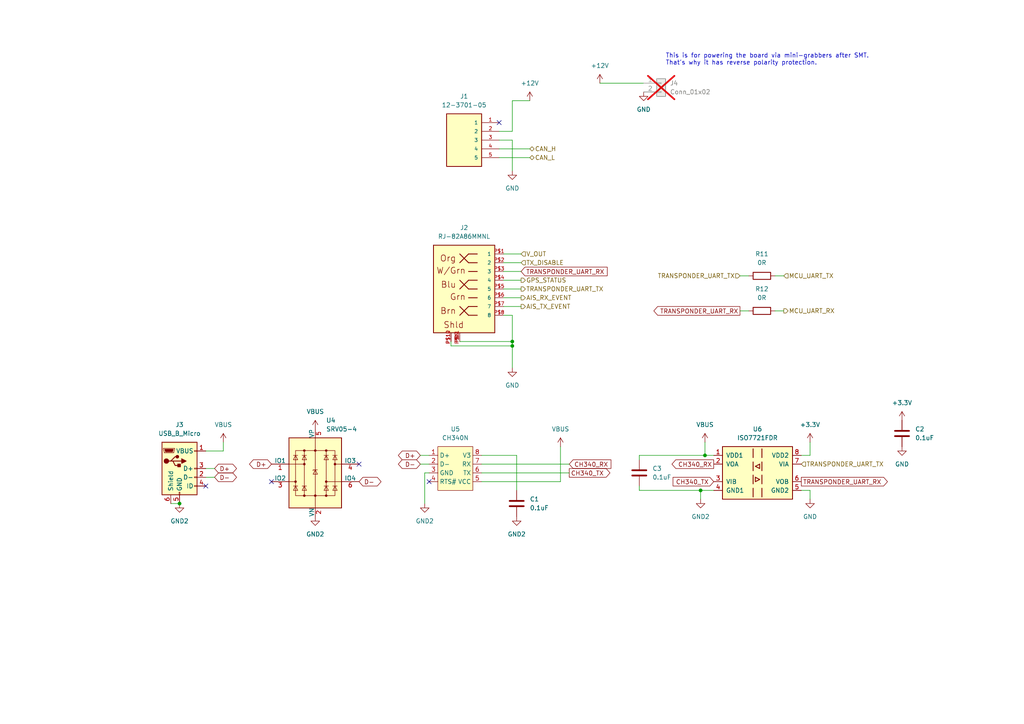
<source format=kicad_sch>
(kicad_sch (version 20230121) (generator eeschema)
  (paper "A4")
  (title_block (title "MAIANA NMEA2000 Adapter") (date "2023-09-23") (rev "8") (company "Maverick Labs LLC"))
  (lib_symbols
    (symbol "12-3701-05:12-3701-05" (pin_names (offset 1.016))
      (property "Reference" "J" (at 7.62 -5.08 0))
      (property "Value" "12-3701-05" (at 7.62 -7.62 0))
      (symbol "12-3701-05_0_0"
        (rectangle (start -5.08 -7.62) (end 5.08 7.62) (stroke (width 0.254)) (fill (type background)))
        (pin bidirectional line (at -10.16 5.08 0) (length 5.08) (name "1") (number "1"))
        (pin bidirectional line (at -10.16 2.54 0) (length 5.08) (name "2") (number "2"))
        (pin bidirectional line (at -10.16 0 0) (length 5.08) (name "3") (number "3"))
        (pin bidirectional line (at -10.16 -2.54 0) (length 5.08) (name "4") (number "4"))
        (pin bidirectional line (at -10.16 -5.08 0) (length 5.08) (name "5") (number "5"))
      )
    )
    (symbol "CH340N:CH340N"
      (property "Reference" "U" (at 0 7.62 0))
      (property "Value" "CH340N" (at 0 -8.89 0))
      (symbol "CH340N_1_1"
        (rectangle (start -5.08 6.35) (end 5.08 -6.35) (fill (type background)))
        (pin input line (at -7.62 3.81 0) (length 2.54) (name "D+") (number "1"))
        (pin input line (at -7.62 1.27 0) (length 2.54) (name "D-") (number "2"))
        (pin passive line (at -7.62 -1.27 0) (length 2.54) (name "GND") (number "3"))
        (pin passive line (at -7.62 -3.81 0) (length 2.54) (name "RTS#") (number "4"))
        (pin passive line (at 7.62 -3.81 180) (length 2.54) (name "VCC") (number "5"))
        (pin passive line (at 7.62 -1.27 180) (length 2.54) (name "TX") (number "6"))
        (pin passive line (at 7.62 1.27 180) (length 2.54) (name "RX") (number "7"))
        (pin passive line (at 7.62 3.81 180) (length 2.54) (name "V3") (number "8"))
      )
    )
    (symbol "Connector:USB_B_Micro" (pin_names (offset 1.016))
      (property "Reference" "J" (at -5.08 11.43 0))
      (property "Value" "USB_B_Micro" (at -5.08 8.89 0))
      (symbol "USB_B_Micro_0_1"
        (rectangle (start -5.08 -7.62) (end 5.08 7.62) (stroke (width 0.254)) (fill (type background)))
        (circle (center -3.81 2.159) (radius 0.635) (stroke (width 0.254)) (fill (type outline)))
        (circle (center -0.635 3.429) (radius 0.381) (stroke (width 0.254)) (fill (type outline)))
        (rectangle (start -0.127 -7.62) (end 0.127 -6.858))
        (polyline (pts (xy -1.905 2.159) (xy 0.635 2.159)) (stroke (width 0.254)))
        (polyline (pts (xy -3.175 2.159) (xy -2.54 2.159) (xy -1.27 3.429) (xy -0.635 3.429)) (stroke (width 0.254)))
        (polyline (pts (xy -2.54 2.159) (xy -1.905 2.159) (xy -1.27 0.889) (xy 0 0.889)) (stroke (width 0.254)))
        (polyline (pts (xy 0.635 2.794) (xy 0.635 1.524) (xy 1.905 2.159) (xy 0.635 2.794)) (stroke (width 0.254)) (fill (type outline)))
        (polyline (pts (xy -4.318 5.588) (xy -1.778 5.588) (xy -2.032 4.826) (xy -4.064 4.826) (xy -4.318 5.588)) (fill (type outline)))
        (polyline (pts (xy -4.699 5.842) (xy -4.699 5.588) (xy -4.445 4.826) (xy -4.445 4.572) (xy -1.651 4.572) (xy -1.651 4.826) (xy -1.397 5.588) (xy -1.397 5.842) (xy -4.699 5.842)))
        (rectangle (start 0.254 1.27) (end -0.508 0.508) (stroke (width 0.254)) (fill (type outline)))
        (rectangle (start 5.08 -5.207) (end 4.318 -4.953))
        (rectangle (start 5.08 -2.667) (end 4.318 -2.413))
        (rectangle (start 5.08 -0.127) (end 4.318 0.127))
        (rectangle (start 5.08 4.953) (end 4.318 5.207))
      )
      (symbol "USB_B_Micro_1_1"
        (pin power_out line (at 7.62 5.08 180) (length 2.54) (name "VBUS") (number "1"))
        (pin bidirectional line (at 7.62 -2.54 180) (length 2.54) (name "D-") (number "2"))
        (pin bidirectional line (at 7.62 0 180) (length 2.54) (name "D+") (number "3"))
        (pin passive line (at 7.62 -5.08 180) (length 2.54) (name "ID") (number "4"))
        (pin power_out line (at 0 -10.16 90) (length 2.54) (name "GND") (number "5"))
        (pin passive line (at -2.54 -10.16 90) (length 2.54) (name "Shield") (number "6"))
      )
    )
    (symbol "Connector_Generic:Conn_01x02" (pin_names (offset 1.016) hide)
      (property "Reference" "J" (at 0 2.54 0))
      (property "Value" "Conn_01x02" (at 0 -5.08 0))
      (symbol "Conn_01x02_1_1"
        (rectangle (start -1.27 -2.413) (end 0 -2.667) (stroke (width 0.1524)))
        (rectangle (start -1.27 0.127) (end 0 -0.127) (stroke (width 0.1524)))
        (rectangle (start -1.27 1.27) (end 1.27 -3.81) (stroke (width 0.254)) (fill (type background)))
        (pin passive line (at -5.08 0 0) (length 3.81) (name "Pin_1") (number "1"))
        (pin passive line (at -5.08 -2.54 0) (length 3.81) (name "Pin_2") (number "2"))
      )
    )
    (symbol "Device:C" (pin_numbers hide) (pin_names (offset 0.254))
      (property "Reference" "C" (at 0.635 2.54 0))
      (property "Value" "C" (at 0.635 -2.54 0))
      (symbol "C_0_1"
        (polyline (pts (xy -2.032 -0.762) (xy 2.032 -0.762)) (stroke (width 0.508)))
        (polyline (pts (xy -2.032 0.762) (xy 2.032 0.762)) (stroke (width 0.508)))
      )
      (symbol "C_1_1"
        (pin passive line (at 0 3.81 270) (length 2.794) (name "~") (number "1"))
        (pin passive line (at 0 -3.81 90) (length 2.794) (name "~") (number "2"))
      )
    )
    (symbol "Device:R" (pin_numbers hide) (pin_names (offset 0))
      (property "Reference" "R" (at 2.032 0 90))
      (property "Value" "R" (at 0 0 90))
      (symbol "R_0_1"
        (rectangle (start -1.016 -2.54) (end 1.016 2.54) (stroke (width 0.254)))
      )
      (symbol "R_1_1"
        (pin passive line (at 0 3.81 270) (length 1.27) (name "~") (number "1"))
        (pin passive line (at 0 -3.81 90) (length 1.27) (name "~") (number "2"))
      )
    )
    (symbol "Isolator:ADuM1201CR" (pin_names (offset 1.016))
      (property "Reference" "U" (at -10.16 8.89 0))
      (property "Value" "ADuM1201CR" (at -2.032 8.89 0))
      (symbol "ADuM1201CR_0_1"
        (rectangle (start -10.16 7.62) (end 10.16 -7.62) (stroke (width 0.254)) (fill (type background)))
        (polyline (pts (xy -1.27 -4.445) (xy -1.27 -6.985)) (stroke (width 0.254)))
        (polyline (pts (xy -1.27 -0.635) (xy -1.27 -3.175)) (stroke (width 0.254)))
        (polyline (pts (xy -1.27 3.175) (xy -1.27 0.635)) (stroke (width 0.254)))
        (polyline (pts (xy -1.27 6.985) (xy -1.27 4.445)) (stroke (width 0.254)))
        (polyline (pts (xy 1.27 -4.445) (xy 1.27 -6.985)) (stroke (width 0.254)))
        (polyline (pts (xy 1.27 -0.635) (xy 1.27 -3.175)) (stroke (width 0.254)))
        (polyline (pts (xy 1.27 3.175) (xy 1.27 0.635)) (stroke (width 0.254)))
        (polyline (pts (xy 1.27 6.985) (xy 1.27 4.445)) (stroke (width 0.254)))
        (polyline (pts (xy -0.635 -1.27) (xy -0.635 -2.54) (xy 0.635 -1.905) (xy -0.635 -1.27)) (stroke (width 0.254)))
        (polyline (pts (xy 0.635 2.54) (xy 0.635 1.27) (xy -0.635 1.905) (xy 0.635 2.54)) (stroke (width 0.254)))
      )
      (symbol "ADuM1201CR_1_1"
        (pin power_in line (at -12.7 5.08 0) (length 2.54) (name "VDD1") (number "1"))
        (pin output line (at -12.7 2.54 0) (length 2.54) (name "VOA") (number "2"))
        (pin input line (at -12.7 -2.54 0) (length 2.54) (name "VIB") (number "3"))
        (pin power_in line (at -12.7 -5.08 0) (length 2.54) (name "GND1") (number "4"))
        (pin power_in line (at 12.7 -5.08 180) (length 2.54) (name "GND2") (number "5"))
        (pin output line (at 12.7 -2.54 180) (length 2.54) (name "VOB") (number "6"))
        (pin input line (at 12.7 2.54 180) (length 2.54) (name "VIA") (number "7"))
        (pin power_in line (at 12.7 5.08 180) (length 2.54) (name "VDD2") (number "8"))
      )
    )
    (symbol "Power_Protection:SRV05-4" (pin_names (offset 0))
      (property "Reference" "U" (at -5.08 11.43 0))
      (property "Value" "SRV05-4" (at 2.54 11.43 0))
      (symbol "SRV05-4_0_0"
        (rectangle (start -5.715 6.477) (end 5.715 -6.604))
        (polyline (pts (xy -3.175 -6.604) (xy -3.175 6.477)))
        (polyline (pts (xy 3.175 6.477) (xy 3.175 -6.604)))
      )
      (symbol "SRV05-4_0_1"
        (rectangle (start -7.62 10.16) (end 7.62 -10.16) (stroke (width 0.254)) (fill (type background)))
        (circle (center -5.715 -2.54) (radius 0.2794) (fill (type outline)))
        (circle (center -3.175 -6.604) (radius 0.2794) (fill (type outline)))
        (circle (center -3.175 2.54) (radius 0.2794) (fill (type outline)))
        (circle (center -3.175 6.477) (radius 0.2794) (fill (type outline)))
        (circle (center 0 -6.604) (radius 0.2794) (fill (type outline)))
        (polyline (pts (xy -7.747 2.54) (xy -3.175 2.54)))
        (polyline (pts (xy -7.62 -2.54) (xy -5.715 -2.54)))
        (polyline (pts (xy -5.08 -3.81) (xy -6.35 -3.81)))
        (polyline (pts (xy -5.08 5.08) (xy -6.35 5.08)))
        (polyline (pts (xy -2.54 -3.81) (xy -3.81 -3.81)))
        (polyline (pts (xy -2.54 5.08) (xy -3.81 5.08)))
        (polyline (pts (xy 0 10.16) (xy 0 -10.16)))
        (polyline (pts (xy 3.81 -3.81) (xy 2.54 -3.81)))
        (polyline (pts (xy 3.81 5.08) (xy 2.54 5.08)))
        (polyline (pts (xy 6.35 -3.81) (xy 5.08 -3.81)))
        (polyline (pts (xy 6.35 5.08) (xy 5.08 5.08)))
        (polyline (pts (xy 7.62 -2.54) (xy 3.175 -2.54)))
        (polyline (pts (xy 7.62 2.54) (xy 5.715 2.54)))
        (polyline (pts (xy 0.635 0.889) (xy -0.635 0.889) (xy -0.635 0.635)))
        (polyline (pts (xy -5.08 -5.08) (xy -6.35 -5.08) (xy -5.715 -3.81) (xy -5.08 -5.08)))
        (polyline (pts (xy -5.08 3.81) (xy -6.35 3.81) (xy -5.715 5.08) (xy -5.08 3.81)))
        (polyline (pts (xy -2.54 -5.08) (xy -3.81 -5.08) (xy -3.175 -3.81) (xy -2.54 -5.08)))
        (polyline (pts (xy -2.54 3.81) (xy -3.81 3.81) (xy -3.175 5.08) (xy -2.54 3.81)))
        (polyline (pts (xy 0.635 -0.381) (xy -0.635 -0.381) (xy 0 0.889) (xy 0.635 -0.381)))
        (polyline (pts (xy 3.81 -5.08) (xy 2.54 -5.08) (xy 3.175 -3.81) (xy 3.81 -5.08)))
        (polyline (pts (xy 3.81 3.81) (xy 2.54 3.81) (xy 3.175 5.08) (xy 3.81 3.81)))
        (polyline (pts (xy 6.35 -5.08) (xy 5.08 -5.08) (xy 5.715 -3.81) (xy 6.35 -5.08)))
        (polyline (pts (xy 6.35 3.81) (xy 5.08 3.81) (xy 5.715 5.08) (xy 6.35 3.81)))
        (circle (center 0 6.477) (radius 0.2794) (fill (type outline)))
        (circle (center 3.175 -6.604) (radius 0.2794) (fill (type outline)))
        (circle (center 3.175 -2.54) (radius 0.2794) (fill (type outline)))
        (circle (center 3.175 6.477) (radius 0.2794) (fill (type outline)))
        (circle (center 5.715 2.54) (radius 0.2794) (fill (type outline)))
      )
      (symbol "SRV05-4_1_1"
        (pin passive line (at -12.7 2.54 0) (length 5.08) (name "IO1") (number "1"))
        (pin passive line (at 0 -12.7 90) (length 2.54) (name "VN") (number "2"))
        (pin passive line (at -12.7 -2.54 0) (length 5.08) (name "IO2") (number "3"))
        (pin passive line (at 12.7 2.54 180) (length 5.08) (name "IO3") (number "4"))
        (pin passive line (at 0 12.7 270) (length 2.54) (name "VP") (number "5"))
        (pin passive line (at 12.7 -2.54 180) (length 5.08) (name "IO4") (number "6"))
      )
    )
    (symbol "RJ-82A86MMNL:RJ-82A86MMNL" (pin_names (offset 1.016))
      (property "Reference" "J" (at -10.16 13.208 0))
      (property "Value" "RJ-82A86MMNL" (at -10.16 -15.24 0))
      (symbol "RJ-82A86MMNL_0_0"
        (rectangle (start -10.16 -12.7) (end 7.62 12.7) (stroke (width 0.254)) (fill (type background)))
        (polyline (pts (xy -5.08 -7.62) (xy -2.54 -7.62)) (stroke (width 0.254)))
        (polyline (pts (xy -5.08 -5.08) (xy -2.54 -5.08)) (stroke (width 0.254)))
        (polyline (pts (xy -5.08 -2.54) (xy -2.54 -2.54)) (stroke (width 0.254)))
        (polyline (pts (xy -5.08 0) (xy -2.54 0)) (stroke (width 0.254)))
        (polyline (pts (xy -5.08 2.54) (xy -2.54 2.54)) (stroke (width 0.254)))
        (polyline (pts (xy -5.08 5.08) (xy -2.54 5.08)) (stroke (width 0.254)))
        (polyline (pts (xy -5.08 7.62) (xy -2.54 7.62)) (stroke (width 0.254)))
        (polyline (pts (xy -5.08 10.16) (xy -2.54 10.16)) (stroke (width 0.254)))
        (polyline (pts (xy -2.54 -7.62) (xy 0 -5.08)) (stroke (width 0.254)))
        (polyline (pts (xy -2.54 -5.08) (xy 0 -7.62)) (stroke (width 0.254)))
        (polyline (pts (xy -2.54 0) (xy 0 2.54)) (stroke (width 0.254)))
        (polyline (pts (xy -2.54 2.54) (xy 0 0)) (stroke (width 0.254)))
        (polyline (pts (xy -2.54 7.62) (xy 0 10.16)) (stroke (width 0.254)))
        (polyline (pts (xy -2.54 10.16) (xy 0 7.62)) (stroke (width 0.254)))
        (text "Blu" (at 1.016 0.254 0) (effects (font (size 1.778 1.778)) (justify left bottom)))
        (text "Brn" (at 1.016 -7.366 0) (effects (font (size 1.778 1.778)) (justify left bottom)))
        (text "Grn" (at -1.778 -3.302 0) (effects (font (size 1.778 1.778)) (justify left bottom)))
        (text "Org" (at 1.016 7.874 0) (effects (font (size 1.778 1.778)) (justify left bottom)))
        (text "Shld" (at -1.27 -11.43 0) (effects (font (size 1.778 1.778)) (justify left bottom)))
        (text "W/Grn" (at -1.778 4.318 0) (effects (font (size 1.778 1.778)) (justify left bottom)))
        (pin bidirectional line (at -12.7 10.16 0) (length 2.54) (name "1") (number "P$1"))
        (pin bidirectional line (at 2.54 -15.24 90) (length 2.54) (name "~") (number "P$10"))
        (pin bidirectional line (at 0 -15.24 90) (length 2.54) (name "~") (number "P$11"))
        (pin bidirectional line (at 2.54 -15.24 90) (length 2.54) (name "~") (number "P$12"))
        (pin bidirectional line (at -12.7 7.62 0) (length 2.54) (name "2") (number "P$2"))
        (pin bidirectional line (at -12.7 5.08 0) (length 2.54) (name "3") (number "P$3"))
        (pin bidirectional line (at -12.7 2.54 0) (length 2.54) (name "4") (number "P$4"))
        (pin bidirectional line (at -12.7 0 0) (length 2.54) (name "5") (number "P$5"))
        (pin bidirectional line (at -12.7 -2.54 0) (length 2.54) (name "6") (number "P$6"))
        (pin bidirectional line (at -12.7 -5.08 0) (length 2.54) (name "7") (number "P$7"))
        (pin bidirectional line (at -12.7 -7.62 0) (length 2.54) (name "8") (number "P$8"))
        (pin bidirectional line (at 0 -15.24 90) (length 2.54) (name "~") (number "P$9"))
      )
    )
    (symbol "power:+12V" (power) (pin_names (offset 0))
      (property "Value" "+12V" (at 0 3.556 0))
      (symbol "+12V_0_1"
        (polyline (pts (xy -0.762 1.27) (xy 0 2.54)))
        (polyline (pts (xy 0 0) (xy 0 2.54)))
        (polyline (pts (xy 0 2.54) (xy 0.762 1.27)))
      )
      (symbol "+12V_1_1"
        (pin power_in line (at 0 0 90) (length 0) hide (name "+12V") (number "1"))
      )
    )
    (symbol "power:+3.3V" (power) (pin_names (offset 0))
      (property "Value" "+3.3V" (at 0 3.556 0))
      (symbol "+3.3V_0_1"
        (polyline (pts (xy -0.762 1.27) (xy 0 2.54)))
        (polyline (pts (xy 0 0) (xy 0 2.54)))
        (polyline (pts (xy 0 2.54) (xy 0.762 1.27)))
      )
      (symbol "+3.3V_1_1"
        (pin power_in line (at 0 0 90) (length 0) hide (name "+3.3V") (number "1"))
      )
    )
    (symbol "power:GND" (power) (pin_names (offset 0))
      (property "Value" "GND" (at 0 -3.81 0))
      (symbol "GND_0_1"
        (polyline (pts (xy 0 0) (xy 0 -1.27) (xy 1.27 -1.27) (xy 0 -2.54) (xy -1.27 -1.27) (xy 0 -1.27)))
      )
      (symbol "GND_1_1"
        (pin power_in line (at 0 0 270) (length 0) hide (name "GND") (number "1"))
      )
    )
    (symbol "power:GND2" (power) (pin_names (offset 0))
      (property "Value" "GND2" (at 0 -3.81 0))
      (symbol "GND2_0_1"
        (polyline (pts (xy 0 0) (xy 0 -1.27) (xy 1.27 -1.27) (xy 0 -2.54) (xy -1.27 -1.27) (xy 0 -1.27)))
      )
      (symbol "GND2_1_1"
        (pin power_in line (at 0 0 270) (length 0) hide (name "GND2") (number "1"))
      )
    )
    (symbol "power:VBUS" (power) (pin_names (offset 0))
      (property "Value" "VBUS" (at 0 3.81 0))
      (symbol "VBUS_0_1"
        (polyline (pts (xy -0.762 1.27) (xy 0 2.54)))
        (polyline (pts (xy 0 0) (xy 0 2.54)))
        (polyline (pts (xy 0 2.54) (xy 0.762 1.27)))
      )
      (symbol "VBUS_1_1"
        (pin power_in line (at 0 0 90) (length 0) hide (name "VBUS") (number "1"))
      )
    )
  )
  (junction (at 52.07 146.05))
  (junction (at 148.59 99.06))
  (junction (at 204.47 132.08))
  (junction (at 148.59 100.33))
  (junction (at 203.2 142.24))
  (no_connect (at 124.46 139.7))
  (no_connect (at 104.14 134.62))
  (no_connect (at 78.74 139.7))
  (no_connect (at 144.78 35.56))
  (no_connect (at 59.69 140.97))
  (wire (pts (xy 146.05 81.28) (xy 151.13 81.28)))
  (wire (pts (xy 185.42 132.08) (xy 204.47 132.08)))
  (wire (pts (xy 232.41 132.08) (xy 234.95 132.08)))
  (wire (pts (xy 204.47 132.08) (xy 204.47 128.27)))
  (wire (pts (xy 146.05 91.44) (xy 148.59 91.44)))
  (wire (pts (xy 59.69 138.43) (xy 62.23 138.43)))
  (wire (pts (xy 139.7 132.08) (xy 149.86 132.08)))
  (wire (pts (xy 146.05 73.66) (xy 151.13 73.66)))
  (wire (pts (xy 148.59 99.06) (xy 148.59 100.33)))
  (wire (pts (xy 124.46 137.16) (xy 123.19 137.16)))
  (wire (pts (xy 185.42 133.35) (xy 185.42 132.08)))
  (wire (pts (xy 146.05 76.2) (xy 151.13 76.2)))
  (wire (pts (xy 224.79 90.17) (xy 227.33 90.17)))
  (wire (pts (xy 123.19 137.16) (xy 123.19 146.05)))
  (wire (pts (xy 139.7 139.7) (xy 162.56 139.7)))
  (wire (pts (xy 146.05 86.36) (xy 151.13 86.36)))
  (wire (pts (xy 64.77 130.81) (xy 64.77 128.27)))
  (wire (pts (xy 144.78 43.18) (xy 153.67 43.18)))
  (wire (pts (xy 148.59 29.21) (xy 153.67 29.21)))
  (wire (pts (xy 130.81 99.06) (xy 130.81 100.33)))
  (wire (pts (xy 59.69 130.81) (xy 64.77 130.81)))
  (wire (pts (xy 148.59 40.64) (xy 148.59 49.53)))
  (wire (pts (xy 139.7 134.62) (xy 165.1 134.62)))
  (wire (pts (xy 234.95 132.08) (xy 234.95 128.27)))
  (wire (pts (xy 148.59 100.33) (xy 148.59 106.68)))
  (wire (pts (xy 224.79 80.01) (xy 227.33 80.01)))
  (wire (pts (xy 146.05 78.74) (xy 151.13 78.74)))
  (wire (pts (xy 232.41 142.24) (xy 234.95 142.24)))
  (wire (pts (xy 148.59 38.1) (xy 148.59 29.21)))
  (wire (pts (xy 144.78 40.64) (xy 148.59 40.64)))
  (wire (pts (xy 130.81 100.33) (xy 148.59 100.33)))
  (wire (pts (xy 203.2 142.24) (xy 203.2 144.78)))
  (wire (pts (xy 214.63 90.17) (xy 217.17 90.17)))
  (wire (pts (xy 149.86 132.08) (xy 149.86 142.24)))
  (wire (pts (xy 185.42 142.24) (xy 203.2 142.24)))
  (wire (pts (xy 207.01 132.08) (xy 204.47 132.08)))
  (wire (pts (xy 139.7 137.16) (xy 165.1 137.16)))
  (wire (pts (xy 133.35 99.06) (xy 148.59 99.06)))
  (wire (pts (xy 234.95 142.24) (xy 234.95 144.78)))
  (wire (pts (xy 146.05 83.82) (xy 151.13 83.82)))
  (wire (pts (xy 121.92 134.62) (xy 124.46 134.62)))
  (wire (pts (xy 144.78 38.1) (xy 148.59 38.1)))
  (wire (pts (xy 121.92 132.08) (xy 124.46 132.08)))
  (wire (pts (xy 214.63 80.01) (xy 217.17 80.01)))
  (wire (pts (xy 207.01 142.24) (xy 203.2 142.24)))
  (wire (pts (xy 173.99 24.13) (xy 186.69 24.13)))
  (wire (pts (xy 185.42 140.97) (xy 185.42 142.24)))
  (wire (pts (xy 49.53 146.05) (xy 52.07 146.05)))
  (wire (pts (xy 162.56 139.7) (xy 162.56 129.54)))
  (wire (pts (xy 59.69 135.89) (xy 62.23 135.89)))
  (wire (pts (xy 148.59 91.44) (xy 148.59 99.06)))
  (wire (pts (xy 144.78 45.72) (xy 153.67 45.72)))
  (wire (pts (xy 146.05 88.9) (xy 151.13 88.9)))
  (text "This is for powering the board via mini-grabbers after SMT.\nThat's why it has reverse polarity protection. " (at 193.04 19.05 0) (effects (font (size 1.27 1.27)) (justify left bottom)))
  (global_label "CH340_RX" (shape output) (at 207.01 134.62 180) (property "Intersheetrefs" "${INTERSHEET_REFS}" (effects hide)))
  (global_label "TRANSPONDER_UART_RX" (shape output) (at 214.63 90.17 180) (property "Intersheetrefs" "${INTERSHEET_REFS}" (effects hide)))
  (global_label "D-" (shape bidirectional) (at 104.14 139.7 0) (property "Intersheetrefs" "${INTERSHEET_REFS}" (effects hide)))
  (global_label "CH340_TX" (shape input) (at 207.01 139.7 180) (property "Intersheetrefs" "${INTERSHEET_REFS}" (effects hide)))
  (global_label "D-" (shape bidirectional) (at 121.92 134.62 180) (property "Intersheetrefs" "${INTERSHEET_REFS}" (effects hide)))
  (global_label "D+" (shape bidirectional) (at 121.92 132.08 180) (property "Intersheetrefs" "${INTERSHEET_REFS}" (effects hide)))
  (global_label "TRANSPONDER_UART_RX" (shape output) (at 232.41 139.7 0) (property "Intersheetrefs" "${INTERSHEET_REFS}" (effects hide)))
  (global_label "CH340_RX" (shape input) (at 165.1 134.62 0) (property "Intersheetrefs" "${INTERSHEET_REFS}" (effects hide)))
  (global_label "D-" (shape bidirectional) (at 62.23 138.43 0) (property "Intersheetrefs" "${INTERSHEET_REFS}" (effects hide)))
  (global_label "TRANSPONDER_UART_RX" (shape input) (at 151.13 78.74 0) (property "Intersheetrefs" "${INTERSHEET_REFS}" (effects hide)))
  (global_label "D+" (shape bidirectional) (at 78.74 134.62 180) (property "Intersheetrefs" "${INTERSHEET_REFS}" (effects hide)))
  (global_label "CH340_TX" (shape output) (at 165.1 137.16 0) (property "Intersheetrefs" "${INTERSHEET_REFS}" (effects hide)))
  (global_label "D+" (shape bidirectional) (at 62.23 135.89 0) (property "Intersheetrefs" "${INTERSHEET_REFS}" (effects hide)))
  (hierarchical_label "TRANSPONDER_UART_TX" (shape input) (at 214.63 80.01 180))
  (hierarchical_label "MCU_UART_TX" (shape input) (at 227.33 80.01 0))
  (hierarchical_label "TRANSPONDER_UART_TX" (shape output) (at 151.13 83.82 0))
  (hierarchical_label "TRANSPONDER_UART_TX" (shape input) (at 232.41 134.62 0))
  (hierarchical_label "CAN_L" (shape bidirectional) (at 153.67 45.72 0))
  (hierarchical_label "AIS_RX_EVENT" (shape output) (at 151.13 86.36 0))
  (hierarchical_label "AIS_TX_EVENT" (shape output) (at 151.13 88.9 0))
  (hierarchical_label "TX_DISABLE" (shape input) (at 151.13 76.2 0))
  (hierarchical_label "MCU_UART_RX" (shape output) (at 227.33 90.17 0))
  (hierarchical_label "CAN_H" (shape bidirectional) (at 153.67 43.18 0))
  (hierarchical_label "GPS_STATUS" (shape output) (at 151.13 81.28 0))
  (hierarchical_label "V_OUT" (shape input) (at 151.13 73.66 0))
  (symbol (lib_id "power:VBUS") (at 162.56 129.54 0) (unit 1)
    (property "Reference" "#PWR013" (effects hide))
    (property "Value" "VBUS" (at 162.56 124.46 0))
  )
  (symbol (lib_id "power:VBUS") (at 91.44 124.46 0) (unit 1)
    (property "Reference" "#PWR012" (effects hide))
    (property "Value" "VBUS" (at 91.44 119.38 0))
  )
  (symbol (lib_id "power:GND2") (at 149.86 149.86 0) (unit 1)
    (property "Reference" "#PWR014" (effects hide))
    (property "Value" "GND2" (at 149.86 154.94 0))
  )
  (symbol (lib_id "Connector_Generic:Conn_01x02") (at 191.77 24.13 0) (unit 1) (dnp yes)
    (property "Reference" "J4" (at 194.31 24.13 0) (effects (justify left)))
    (property "Value" "Conn_01x02" (at 194.31 26.67 0) (effects (justify left)))
    (property "Footprint" "Connector_PinHeader_2.54mm:PinHeader_1x02_P2.54mm_Vertical" (effects hide))
  )
  (symbol (lib_id "power:+3.3V") (at 261.62 121.92 0) (unit 1)
    (property "Reference" "#PWR017" (effects hide))
    (property "Value" "+3.3V" (at 261.62 116.84 0))
  )
  (symbol (lib_id "power:GND2") (at 91.44 149.86 0) (unit 1)
    (property "Reference" "#PWR05" (effects hide))
    (property "Value" "GND2" (at 91.44 154.94 0))
  )
  (symbol (lib_id "power:GND") (at 261.62 129.54 0) (unit 1)
    (property "Reference" "#PWR018" (effects hide))
    (property "Value" "GND" (at 261.62 134.62 0))
  )
  (symbol (lib_id "Connector:USB_B_Micro") (at 52.07 135.89 0) (unit 1)
    (property "Reference" "J3" (at 52.07 123.19 0))
    (property "Value" "USB_B_Micro" (at 52.07 125.73 0))
    (property "Footprint" "Connector_USB:USB_Micro-B_Amphenol_10118194_Horizontal" (effects hide))
  )
  (symbol (lib_id "Device:C") (at 261.62 125.73 0) (unit 1)
    (property "Reference" "C2" (at 265.43 124.46 0) (effects (justify left)))
    (property "Value" "0.1uF" (at 265.43 127 0) (effects (justify left)))
    (property "Footprint" "Capacitor_SMD:C_0603_1608Metric" (effects hide))
  )
  (symbol (lib_id "Device:C") (at 149.86 146.05 0) (unit 1)
    (property "Reference" "C1" (at 153.67 144.78 0) (effects (justify left)))
    (property "Value" "0.1uF" (at 153.67 147.32 0) (effects (justify left)))
    (property "Footprint" "Capacitor_SMD:C_0603_1608Metric" (effects hide))
  )
  (symbol (lib_id "Power_Protection:SRV05-4") (at 91.44 137.16 0) (unit 1)
    (property "Reference" "U4" (at 94.5897 121.92 0) (effects (justify left)))
    (property "Value" "SRV05-4" (at 94.5897 124.46 0) (effects (justify left)))
    (property "Footprint" "Package_TO_SOT_SMD:SOT-23-6" (effects hide))
    (property "Datasheet" "http://www.onsemi.com/pub/Collateral/SRV05-4-D.PDF" (effects hide))
  )
  (symbol (lib_id "power:GND2") (at 123.19 146.05 0) (unit 1)
    (property "Reference" "#PWR06" (effects hide))
    (property "Value" "GND2" (at 123.19 151.13 0))
  )
  (symbol (lib_id "power:VBUS") (at 204.47 128.27 0) (unit 1)
    (property "Reference" "#PWR010" (effects hide))
    (property "Value" "VBUS" (at 204.47 123.19 0))
  )
  (symbol (lib_id "Device:C") (at 185.42 137.16 0) (unit 1)
    (property "Reference" "C3" (at 189.23 135.89 0) (effects (justify left)))
    (property "Value" "0.1uF" (at 189.23 138.43 0) (effects (justify left)))
    (property "Footprint" "Capacitor_SMD:C_0603_1608Metric" (effects hide))
  )
  (symbol (lib_id "power:GND") (at 186.69 26.67 0) (unit 1)
    (property "Reference" "#PWR015" (effects hide))
    (property "Value" "GND" (at 186.69 31.75 0))
  )
  (symbol (lib_id "Isolator:ADuM1201CR") (at 219.71 137.16 0) (unit 1)
    (property "Reference" "U6" (at 219.71 124.46 0))
    (property "Value" "ISO7721FDR" (at 219.71 127 0))
    (property "Footprint" "Package_SO:SOIC-8_3.9x4.9mm_P1.27mm" (effects hide))
  )
  (symbol (lib_id "power:+3.3V") (at 234.95 128.27 0) (unit 1)
    (property "Reference" "#PWR09" (effects hide))
    (property "Value" "+3.3V" (at 234.95 123.19 0))
  )
  (symbol (lib_id "power:GND2") (at 203.2 144.78 0) (unit 1)
    (property "Reference" "#PWR07" (effects hide))
    (property "Value" "GND2" (at 203.2 149.86 0))
  )
  (symbol (lib_id "CH340N:CH340N") (at 132.08 135.89 0) (unit 1)
    (property "Reference" "U5" (at 132.08 124.46 0))
    (property "Value" "CH340N" (at 132.08 127 0))
    (property "Footprint" "Package_SO:SO-8_3.9x4.9mm_P1.27mm" (effects hide))
  )
  (symbol (lib_id "power:+12V") (at 153.67 29.21 0) (unit 1)
    (property "Reference" "#PWR02" (effects hide))
    (property "Value" "+12V" (at 153.67 24.13 0))
  )
  (symbol (lib_id "power:VBUS") (at 64.77 128.27 0) (unit 1)
    (property "Reference" "#PWR011" (effects hide))
    (property "Value" "VBUS" (at 64.77 123.19 0))
  )
  (symbol (lib_id "power:GND") (at 234.95 144.78 0) (unit 1)
    (property "Reference" "#PWR08" (effects hide))
    (property "Value" "GND" (at 234.95 149.86 0))
  )
  (symbol (lib_id "Device:R") (at 220.98 90.17 90) (unit 1)
    (property "Reference" "R12" (at 220.98 83.82 90))
    (property "Value" "0R" (at 220.98 86.36 90))
    (property "Footprint" "Resistor_SMD:R_0603_1608Metric" (effects hide))
  )
  (symbol (lib_id "power:GND2") (at 52.07 146.05 0) (unit 1)
    (property "Reference" "#PWR04" (effects hide))
    (property "Value" "GND2" (at 52.07 151.13 0))
  )
  (symbol (lib_id "Device:R") (at 220.98 80.01 90) (unit 1)
    (property "Reference" "R11" (at 220.98 73.66 90))
    (property "Value" "0R" (at 220.98 76.2 90))
    (property "Footprint" "Resistor_SMD:R_0603_1608Metric" (effects hide))
  )
  (symbol (lib_id "power:GND") (at 148.59 106.68 0) (unit 1)
    (property "Reference" "#PWR01" (effects hide))
    (property "Value" "GND" (at 148.59 111.76 0))
  )
  (symbol (lib_id "power:GND") (at 148.59 49.53 0) (unit 1)
    (property "Reference" "#PWR03" (effects hide))
    (property "Value" "GND" (at 148.59 54.61 0))
  )
  (symbol (lib_id "RJ-82A86MMNL:RJ-82A86MMNL") (at 133.35 83.82 0) (mirror y) (unit 1)
    (property "Reference" "J2" (at 134.62 66.04 0))
    (property "Value" "RJ-82A86MMNL" (at 134.62 68.58 0))
    (property "Footprint" "KiCadFootprints:RJ-82A86MMNL" (effects hide))
    (property "PARTNO" "RJ-82A86MMNL" (effects hide))
    (property "VALUE" "RJ-82A86MMNL" (effects hide))
  )
  (symbol (lib_id "12-3701-05:12-3701-05") (at 134.62 40.64 0) (mirror y) (unit 1)
    (property "Reference" "J1" (at 134.62 27.94 0))
    (property "Value" "12-3701-05" (at 134.62 30.48 0))
    (property "Footprint" "KiCadFootprints:MICRO_C_5PIN" (effects hide))
    (property "PARTNO" "12-3701-05" (effects hide))
    (property "VALUE" "12-3701-05" (effects hide))
  )
  (symbol (lib_id "power:+12V") (at 173.99 24.13 0) (unit 1)
    (property "Reference" "#PWR016" (effects hide))
    (property "Value" "+12V" (at 173.99 19.05 0))
  )
)
</source>
